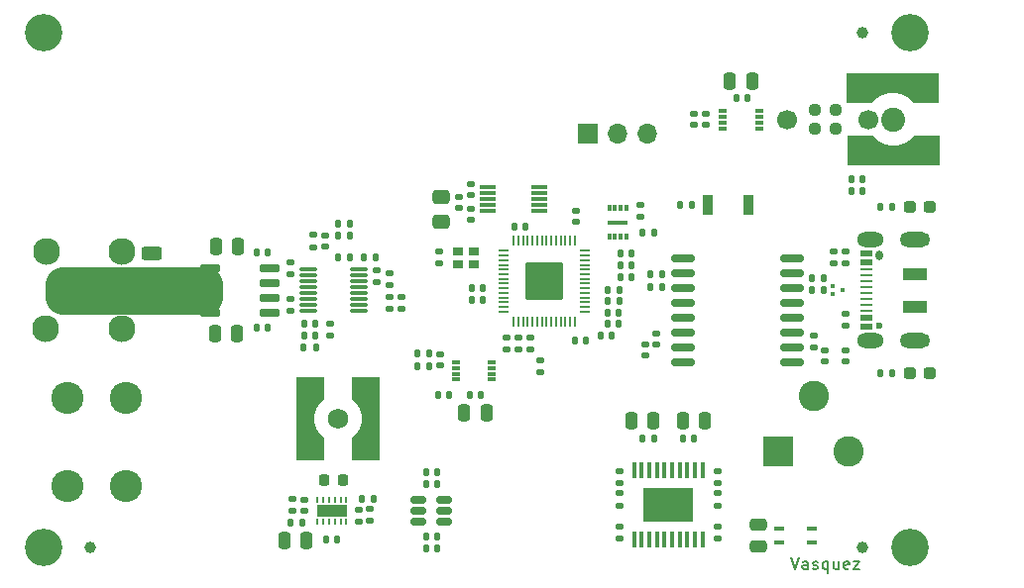
<source format=gts>
%TF.GenerationSoftware,KiCad,Pcbnew,7.0.6-7.0.6~ubuntu20.04.1*%
%TF.CreationDate,2023-09-06T11:46:54-07:00*%
%TF.ProjectId,harp_lick_detector_capactive,68617270-5f6c-4696-936b-5f6465746563,rev?*%
%TF.SameCoordinates,PX640a5a0PY7088980*%
%TF.FileFunction,Soldermask,Top*%
%TF.FilePolarity,Negative*%
%FSLAX46Y46*%
G04 Gerber Fmt 4.6, Leading zero omitted, Abs format (unit mm)*
G04 Created by KiCad (PCBNEW 7.0.6-7.0.6~ubuntu20.04.1) date 2023-09-06 11:46:54*
%MOMM*%
%LPD*%
G01*
G04 APERTURE LIST*
G04 Aperture macros list*
%AMRoundRect*
0 Rectangle with rounded corners*
0 $1 Rounding radius*
0 $2 $3 $4 $5 $6 $7 $8 $9 X,Y pos of 4 corners*
0 Add a 4 corners polygon primitive as box body*
4,1,4,$2,$3,$4,$5,$6,$7,$8,$9,$2,$3,0*
0 Add four circle primitives for the rounded corners*
1,1,$1+$1,$2,$3*
1,1,$1+$1,$4,$5*
1,1,$1+$1,$6,$7*
1,1,$1+$1,$8,$9*
0 Add four rect primitives between the rounded corners*
20,1,$1+$1,$2,$3,$4,$5,0*
20,1,$1+$1,$4,$5,$6,$7,0*
20,1,$1+$1,$6,$7,$8,$9,0*
20,1,$1+$1,$8,$9,$2,$3,0*%
%AMFreePoly0*
4,1,40,6.515355,1.015355,6.530000,0.980000,6.530000,-1.460000,6.515355,-1.495355,6.480000,-1.510000,4.370000,-1.510000,4.367882,-1.509122,4.365698,-1.509814,4.350485,-1.501916,4.334645,-1.495355,4.333768,-1.493237,4.331734,-1.492182,4.233315,-1.375157,4.010127,-1.166713,3.760982,-0.990847,3.490207,-0.850543,3.202844,-0.748414,2.904254,-0.686367,2.599999,-0.665555,2.295745,-0.686367,
1.997154,-0.748415,1.709792,-0.850543,1.439022,-0.990844,1.189872,-1.166713,0.966684,-1.375157,0.868266,-1.492182,0.866231,-1.493237,0.865355,-1.495355,0.849514,-1.501916,0.834302,-1.509814,0.832117,-1.509122,0.830000,-1.510000,-1.280000,-1.510000,-1.315355,-1.495355,-1.330000,-1.460000,-1.330000,0.980000,-1.315355,1.015355,-1.280000,1.030000,6.480000,1.030000,6.515355,1.015355,
6.515355,1.015355,$1*%
%AMFreePoly1*
4,1,25,-1.500000,1.420000,-1.360000,1.280000,-1.205000,1.155000,-1.035000,1.045000,-0.860000,0.950000,-0.675000,0.875000,-0.480000,0.820000,-0.280000,0.780000,-0.085000,0.765000,0.085000,0.765000,0.280000,0.780000,0.480000,0.820000,0.675000,0.875000,0.860000,0.950000,1.035000,1.045000,1.205000,1.155000,1.360000,1.280000,1.500000,1.420000,1.645000,1.595000,3.555000,1.595000,
3.555000,-0.755000,-3.555000,-0.755000,-3.555000,1.595000,-1.645000,1.595000,-1.500000,1.420000,-1.500000,1.420000,$1*%
G04 Aperture macros list end*
%ADD10C,3.000000*%
%ADD11C,0.150000*%
%ADD12RoundRect,0.140000X-0.140000X-0.170000X0.140000X-0.170000X0.140000X0.170000X-0.140000X0.170000X0*%
%ADD13RoundRect,0.135000X0.185000X-0.135000X0.185000X0.135000X-0.185000X0.135000X-0.185000X-0.135000X0*%
%ADD14RoundRect,0.135000X-0.185000X0.135000X-0.185000X-0.135000X0.185000X-0.135000X0.185000X0.135000X0*%
%ADD15RoundRect,0.237500X0.287500X0.237500X-0.287500X0.237500X-0.287500X-0.237500X0.287500X-0.237500X0*%
%ADD16RoundRect,0.140000X0.140000X0.170000X-0.140000X0.170000X-0.140000X-0.170000X0.140000X-0.170000X0*%
%ADD17R,2.600000X2.600000*%
%ADD18C,2.600000*%
%ADD19RoundRect,0.140000X-0.170000X0.140000X-0.170000X-0.140000X0.170000X-0.140000X0.170000X0.140000X0*%
%ADD20RoundRect,0.250000X-0.475000X0.250000X-0.475000X-0.250000X0.475000X-0.250000X0.475000X0.250000X0*%
%ADD21RoundRect,0.135000X-0.135000X-0.185000X0.135000X-0.185000X0.135000X0.185000X-0.135000X0.185000X0*%
%ADD22C,2.300000*%
%ADD23R,0.300000X0.300000*%
%ADD24RoundRect,0.250000X-0.625000X0.312500X-0.625000X-0.312500X0.625000X-0.312500X0.625000X0.312500X0*%
%ADD25RoundRect,0.140000X0.170000X-0.140000X0.170000X0.140000X-0.170000X0.140000X-0.170000X-0.140000X0*%
%ADD26R,0.250000X0.500000*%
%ADD27R,2.650000X1.000000*%
%ADD28RoundRect,0.250000X-0.250000X-0.475000X0.250000X-0.475000X0.250000X0.475000X-0.250000X0.475000X0*%
%ADD29RoundRect,0.250000X0.250000X0.475000X-0.250000X0.475000X-0.250000X-0.475000X0.250000X-0.475000X0*%
%ADD30RoundRect,0.150000X-0.725000X-0.150000X0.725000X-0.150000X0.725000X0.150000X-0.725000X0.150000X0*%
%ADD31R,0.800000X0.300000*%
%ADD32C,3.200000*%
%ADD33RoundRect,0.050000X-0.050000X0.387500X-0.050000X-0.387500X0.050000X-0.387500X0.050000X0.387500X0*%
%ADD34RoundRect,0.050000X-0.387500X0.050000X-0.387500X-0.050000X0.387500X-0.050000X0.387500X0.050000X0*%
%ADD35RoundRect,0.144000X-1.456000X1.456000X-1.456000X-1.456000X1.456000X-1.456000X1.456000X1.456000X0*%
%ADD36RoundRect,0.237500X-0.250000X-0.237500X0.250000X-0.237500X0.250000X0.237500X-0.250000X0.237500X0*%
%ADD37C,0.600000*%
%ADD38R,2.000000X1.000000*%
%ADD39O,0.600000X0.850000*%
%ADD40R,1.000000X0.520000*%
%ADD41R,1.000000X0.270000*%
%ADD42O,2.300000X1.300000*%
%ADD43O,2.600000X1.300000*%
%ADD44RoundRect,0.135000X0.135000X0.185000X-0.135000X0.185000X-0.135000X-0.185000X0.135000X-0.185000X0*%
%ADD45R,0.900000X1.700000*%
%ADD46R,1.400000X0.300000*%
%ADD47RoundRect,0.075000X-0.650000X-0.075000X0.650000X-0.075000X0.650000X0.075000X-0.650000X0.075000X0*%
%ADD48R,0.900000X0.800000*%
%ADD49RoundRect,0.147500X-0.172500X0.147500X-0.172500X-0.147500X0.172500X-0.147500X0.172500X0.147500X0*%
%ADD50RoundRect,0.250000X-0.475000X0.337500X-0.475000X-0.337500X0.475000X-0.337500X0.475000X0.337500X0*%
%ADD51C,1.000000*%
%ADD52RoundRect,0.150000X0.875000X0.150000X-0.875000X0.150000X-0.875000X-0.150000X0.875000X-0.150000X0*%
%ADD53C,2.050000*%
%ADD54FreePoly0,180.000000*%
%ADD55FreePoly0,0.000000*%
%ADD56RoundRect,0.147500X0.147500X0.172500X-0.147500X0.172500X-0.147500X-0.172500X0.147500X-0.172500X0*%
%ADD57RoundRect,0.150000X-0.512500X-0.150000X0.512500X-0.150000X0.512500X0.150000X-0.512500X0.150000X0*%
%ADD58R,0.450000X1.450000*%
%ADD59R,4.200000X3.000000*%
%ADD60RoundRect,0.160000X-0.197500X-0.160000X0.197500X-0.160000X0.197500X0.160000X-0.197500X0.160000X0*%
%ADD61C,1.730000*%
%ADD62FreePoly1,270.000000*%
%ADD63FreePoly1,90.000000*%
%ADD64C,2.750000*%
%ADD65RoundRect,0.225000X-0.225000X-0.250000X0.225000X-0.250000X0.225000X0.250000X-0.225000X0.250000X0*%
%ADD66R,1.700000X1.700000*%
%ADD67O,1.700000X1.700000*%
%ADD68R,0.300000X0.600000*%
%ADD69R,1.700000X0.300000*%
%ADD70RoundRect,0.100000X0.350000X0.100000X-0.350000X0.100000X-0.350000X-0.100000X0.350000X-0.100000X0*%
%ADD71C,1.700000*%
G04 APERTURE END LIST*
D10*
X4650000Y25550000D02*
X16800000Y25550000D01*
X16800000Y24450000D01*
X4650000Y24450000D01*
X4650000Y25550000D01*
G36*
X4650000Y25550000D02*
G01*
X16800000Y25550000D01*
X16800000Y24450000D01*
X4650000Y24450000D01*
X4650000Y25550000D01*
G37*
D11*
X66893922Y2130181D02*
X67227255Y1130181D01*
X67227255Y1130181D02*
X67560588Y2130181D01*
X68322493Y1130181D02*
X68322493Y1653991D01*
X68322493Y1653991D02*
X68274874Y1749229D01*
X68274874Y1749229D02*
X68179636Y1796848D01*
X68179636Y1796848D02*
X67989160Y1796848D01*
X67989160Y1796848D02*
X67893922Y1749229D01*
X68322493Y1177800D02*
X68227255Y1130181D01*
X68227255Y1130181D02*
X67989160Y1130181D01*
X67989160Y1130181D02*
X67893922Y1177800D01*
X67893922Y1177800D02*
X67846303Y1273039D01*
X67846303Y1273039D02*
X67846303Y1368277D01*
X67846303Y1368277D02*
X67893922Y1463515D01*
X67893922Y1463515D02*
X67989160Y1511134D01*
X67989160Y1511134D02*
X68227255Y1511134D01*
X68227255Y1511134D02*
X68322493Y1558753D01*
X68751065Y1177800D02*
X68846303Y1130181D01*
X68846303Y1130181D02*
X69036779Y1130181D01*
X69036779Y1130181D02*
X69132017Y1177800D01*
X69132017Y1177800D02*
X69179636Y1273039D01*
X69179636Y1273039D02*
X69179636Y1320658D01*
X69179636Y1320658D02*
X69132017Y1415896D01*
X69132017Y1415896D02*
X69036779Y1463515D01*
X69036779Y1463515D02*
X68893922Y1463515D01*
X68893922Y1463515D02*
X68798684Y1511134D01*
X68798684Y1511134D02*
X68751065Y1606372D01*
X68751065Y1606372D02*
X68751065Y1653991D01*
X68751065Y1653991D02*
X68798684Y1749229D01*
X68798684Y1749229D02*
X68893922Y1796848D01*
X68893922Y1796848D02*
X69036779Y1796848D01*
X69036779Y1796848D02*
X69132017Y1749229D01*
X70036779Y1796848D02*
X70036779Y796848D01*
X70036779Y1177800D02*
X69941541Y1130181D01*
X69941541Y1130181D02*
X69751065Y1130181D01*
X69751065Y1130181D02*
X69655827Y1177800D01*
X69655827Y1177800D02*
X69608208Y1225420D01*
X69608208Y1225420D02*
X69560589Y1320658D01*
X69560589Y1320658D02*
X69560589Y1606372D01*
X69560589Y1606372D02*
X69608208Y1701610D01*
X69608208Y1701610D02*
X69655827Y1749229D01*
X69655827Y1749229D02*
X69751065Y1796848D01*
X69751065Y1796848D02*
X69941541Y1796848D01*
X69941541Y1796848D02*
X70036779Y1749229D01*
X70941541Y1796848D02*
X70941541Y1130181D01*
X70512970Y1796848D02*
X70512970Y1273039D01*
X70512970Y1273039D02*
X70560589Y1177800D01*
X70560589Y1177800D02*
X70655827Y1130181D01*
X70655827Y1130181D02*
X70798684Y1130181D01*
X70798684Y1130181D02*
X70893922Y1177800D01*
X70893922Y1177800D02*
X70941541Y1225420D01*
X71798684Y1177800D02*
X71703446Y1130181D01*
X71703446Y1130181D02*
X71512970Y1130181D01*
X71512970Y1130181D02*
X71417732Y1177800D01*
X71417732Y1177800D02*
X71370113Y1273039D01*
X71370113Y1273039D02*
X71370113Y1653991D01*
X71370113Y1653991D02*
X71417732Y1749229D01*
X71417732Y1749229D02*
X71512970Y1796848D01*
X71512970Y1796848D02*
X71703446Y1796848D01*
X71703446Y1796848D02*
X71798684Y1749229D01*
X71798684Y1749229D02*
X71846303Y1653991D01*
X71846303Y1653991D02*
X71846303Y1558753D01*
X71846303Y1558753D02*
X71370113Y1463515D01*
X72179637Y1796848D02*
X72703446Y1796848D01*
X72703446Y1796848D02*
X72179637Y1130181D01*
X72179637Y1130181D02*
X72703446Y1130181D01*
D12*
%TO.C,C6*%
X39620000Y24200000D03*
X40580000Y24200000D03*
%TD*%
%TO.C,C30*%
X25295000Y22100000D03*
X26255000Y22100000D03*
%TD*%
D13*
%TO.C,R28*%
X43600000Y19890000D03*
X43600000Y20910000D03*
%TD*%
D14*
%TO.C,R24*%
X32600000Y26410000D03*
X32600000Y25390000D03*
%TD*%
D15*
%TO.C,D1*%
X78775000Y17900000D03*
X77025000Y17900000D03*
%TD*%
D12*
%TO.C,C21*%
X21220000Y21800000D03*
X22180000Y21800000D03*
%TD*%
D16*
%TO.C,C19*%
X49380000Y20700000D03*
X48420000Y20700000D03*
%TD*%
D13*
%TO.C,R40*%
X60600000Y6590000D03*
X60600000Y7610000D03*
%TD*%
%TO.C,R44*%
X42600000Y19890000D03*
X42600000Y20910000D03*
%TD*%
D12*
%TO.C,C9*%
X51220000Y23100000D03*
X52180000Y23100000D03*
%TD*%
D17*
%TO.C,J6*%
X65800000Y11250000D03*
D18*
X71800000Y11250000D03*
X68800000Y15950000D03*
%TD*%
D16*
%TO.C,C27*%
X36680000Y2900000D03*
X35720000Y2900000D03*
%TD*%
D19*
%TO.C,C38*%
X33600000Y24380000D03*
X33600000Y23420000D03*
%TD*%
D20*
%TO.C,C45*%
X64100000Y4950000D03*
X64100000Y3050000D03*
%TD*%
D21*
%TO.C,R26*%
X28190000Y30700000D03*
X29210000Y30700000D03*
%TD*%
D14*
%TO.C,R38*%
X60600000Y9510000D03*
X60600000Y8490000D03*
%TD*%
D22*
%TO.C,J3*%
X7000000Y25000000D03*
X4460000Y25000000D03*
X3190000Y21723400D03*
X9743200Y21723400D03*
X3310000Y28276600D03*
X9743200Y28276600D03*
%TD*%
D21*
%TO.C,R21*%
X28190000Y27800000D03*
X29210000Y27800000D03*
%TD*%
D12*
%TO.C,C13*%
X43220000Y30400000D03*
X44180000Y30400000D03*
%TD*%
D21*
%TO.C,R11*%
X51190000Y24100000D03*
X52210000Y24100000D03*
%TD*%
D12*
%TO.C,C8*%
X72020000Y33500000D03*
X72980000Y33500000D03*
%TD*%
D23*
%TO.C,U2*%
X70475000Y25350000D03*
X70475000Y24650000D03*
X71325000Y25000000D03*
%TD*%
D16*
%TO.C,C41*%
X28130000Y3650000D03*
X27170000Y3650000D03*
%TD*%
D13*
%TO.C,R29*%
X44600000Y19890000D03*
X44600000Y20910000D03*
%TD*%
D14*
%TO.C,R39*%
X52200000Y9510000D03*
X52200000Y8490000D03*
%TD*%
D24*
%TO.C,R14*%
X12300000Y28150000D03*
X12300000Y25225000D03*
%TD*%
D12*
%TO.C,C28*%
X35720000Y8425000D03*
X36680000Y8425000D03*
%TD*%
D25*
%TO.C,C56*%
X71500000Y18920000D03*
X71500000Y19880000D03*
%TD*%
D26*
%TO.C,U11*%
X28900000Y7100000D03*
X28400000Y7100000D03*
X27900000Y7100000D03*
X27400000Y7100000D03*
X26900000Y7100000D03*
X26400000Y7100000D03*
X26400000Y5200000D03*
X26900000Y5200000D03*
X27400000Y5200000D03*
X27900000Y5200000D03*
X28400000Y5200000D03*
X28900000Y5200000D03*
D27*
X27650000Y6150000D03*
%TD*%
D28*
%TO.C,C22*%
X17750000Y28700000D03*
X19650000Y28700000D03*
%TD*%
D29*
%TO.C,C40*%
X25480000Y3550000D03*
X23580000Y3550000D03*
%TD*%
D25*
%TO.C,C54*%
X59600000Y39120000D03*
X59600000Y40080000D03*
%TD*%
D13*
%TO.C,R3*%
X70500000Y27290000D03*
X70500000Y28310000D03*
%TD*%
D19*
%TO.C,C24*%
X24100000Y27355000D03*
X24100000Y26395000D03*
%TD*%
D30*
%TO.C,U7*%
X17225000Y26905000D03*
X17225000Y25635000D03*
X17225000Y24365000D03*
X17225000Y23095000D03*
X22375000Y23095000D03*
X22375000Y24365000D03*
X22375000Y25635000D03*
X22375000Y26905000D03*
%TD*%
D31*
%TO.C,U1*%
X61050000Y40350000D03*
X61050000Y39850000D03*
X61050000Y39350000D03*
X61050000Y38850000D03*
X64150000Y38850000D03*
X64150000Y39350000D03*
X64150000Y39850000D03*
X64150000Y40350000D03*
%TD*%
D32*
%TO.C,REF\u002A\u002A*%
X77000000Y3000000D03*
%TD*%
D33*
%TO.C,U4*%
X48400000Y29200000D03*
X48000000Y29200000D03*
X47600000Y29200000D03*
X47200000Y29200000D03*
X46800000Y29200000D03*
X46400000Y29200000D03*
X46000000Y29200000D03*
X45600000Y29200000D03*
X45200000Y29200000D03*
X44800000Y29200000D03*
X44400000Y29200000D03*
X44000000Y29200000D03*
X43600000Y29200000D03*
X43200000Y29200000D03*
D34*
X42362500Y28362500D03*
X42362500Y27962500D03*
X42362500Y27562500D03*
X42362500Y27162500D03*
X42362500Y26762500D03*
X42362500Y26362500D03*
X42362500Y25962500D03*
X42362500Y25562500D03*
X42362500Y25162500D03*
X42362500Y24762500D03*
X42362500Y24362500D03*
X42362500Y23962500D03*
X42362500Y23562500D03*
X42362500Y23162500D03*
D33*
X43200000Y22325000D03*
X43600000Y22325000D03*
X44000000Y22325000D03*
X44400000Y22325000D03*
X44800000Y22325000D03*
X45200000Y22325000D03*
X45600000Y22325000D03*
X46000000Y22325000D03*
X46400000Y22325000D03*
X46800000Y22325000D03*
X47200000Y22325000D03*
X47600000Y22325000D03*
X48000000Y22325000D03*
X48400000Y22325000D03*
D34*
X49237500Y23162500D03*
X49237500Y23562500D03*
X49237500Y23962500D03*
X49237500Y24362500D03*
X49237500Y24762500D03*
X49237500Y25162500D03*
X49237500Y25562500D03*
X49237500Y25962500D03*
X49237500Y26362500D03*
X49237500Y26762500D03*
X49237500Y27162500D03*
X49237500Y27562500D03*
X49237500Y27962500D03*
X49237500Y28362500D03*
D35*
X45800000Y25762500D03*
%TD*%
D32*
%TO.C,REF\u002A\u002A*%
X77000000Y47000000D03*
%TD*%
D25*
%TO.C,C3*%
X55400000Y20320000D03*
X55400000Y21280000D03*
%TD*%
D36*
%TO.C,R30*%
X68887500Y40400000D03*
X70712500Y40400000D03*
%TD*%
D37*
%TO.C,J5*%
X74400000Y22000000D03*
D38*
X77500000Y23600000D03*
X77500000Y26400000D03*
D39*
X74400000Y28000000D03*
D40*
X73300000Y21900000D03*
X73300000Y22650000D03*
D41*
X73300000Y23250000D03*
X73300000Y24750000D03*
X73300000Y25750000D03*
X73300000Y26750000D03*
D40*
X73300000Y27350000D03*
X73300000Y28100000D03*
X73300000Y28100000D03*
X73300000Y27350000D03*
D41*
X73300000Y26250000D03*
X73300000Y25250000D03*
X73300000Y24250000D03*
X73300000Y23750000D03*
D40*
X73300000Y22650000D03*
X73300000Y21900000D03*
D42*
X73675000Y20680000D03*
D43*
X77500000Y20680000D03*
D42*
X73675000Y29320000D03*
D43*
X77500000Y29320000D03*
%TD*%
D21*
%TO.C,R22*%
X30390000Y27800000D03*
X31410000Y27800000D03*
%TD*%
D29*
%TO.C,C23*%
X19550000Y21300000D03*
X17650000Y21300000D03*
%TD*%
D44*
%TO.C,R7*%
X55910000Y25300000D03*
X54890000Y25300000D03*
%TD*%
D45*
%TO.C,SW1*%
X63200000Y32300000D03*
X59800000Y32300000D03*
%TD*%
D46*
%TO.C,U9*%
X41000000Y33800000D03*
X41000000Y33300000D03*
X41000000Y32800000D03*
X41000000Y32300000D03*
X41000000Y31800000D03*
X45400000Y31800000D03*
X45400000Y32300000D03*
X45400000Y32800000D03*
X45400000Y33300000D03*
X45400000Y33800000D03*
%TD*%
D25*
%TO.C,C2*%
X68800000Y20120000D03*
X68800000Y21080000D03*
%TD*%
D47*
%TO.C,U6*%
X25650000Y26750000D03*
X25650000Y26250000D03*
X25650000Y25750000D03*
X25650000Y25250000D03*
X25650000Y24750000D03*
X25650000Y24250000D03*
X25650000Y23750000D03*
X25650000Y23250000D03*
X29950000Y23250000D03*
X29950000Y23750000D03*
X29950000Y24250000D03*
X29950000Y24750000D03*
X29950000Y25250000D03*
X29950000Y25750000D03*
X29950000Y26250000D03*
X29950000Y26750000D03*
%TD*%
D13*
%TO.C,R32*%
X30900000Y5240000D03*
X30900000Y6260000D03*
%TD*%
D32*
%TO.C,REF\u002A\u002A*%
X3000000Y47000000D03*
%TD*%
D48*
%TO.C,X1*%
X38400000Y27250000D03*
X39800000Y27250000D03*
X39800000Y28350000D03*
X38400000Y28350000D03*
%TD*%
D25*
%TO.C,C52*%
X36950000Y18570000D03*
X36950000Y19530000D03*
%TD*%
D44*
%TO.C,R6*%
X55910000Y26400000D03*
X54890000Y26400000D03*
%TD*%
D21*
%TO.C,R12*%
X74490000Y17900000D03*
X75510000Y17900000D03*
%TD*%
D16*
%TO.C,C50*%
X37680000Y16000000D03*
X36720000Y16000000D03*
%TD*%
D49*
%TO.C,D3*%
X71500000Y28285000D03*
X71500000Y27315000D03*
%TD*%
D16*
%TO.C,C14*%
X53280000Y26100000D03*
X52320000Y26100000D03*
%TD*%
D25*
%TO.C,C44*%
X25350000Y6120000D03*
X25350000Y7080000D03*
%TD*%
D50*
%TO.C,C33*%
X37000000Y32937500D03*
X37000000Y30862500D03*
%TD*%
D32*
%TO.C,REF\u002A\u002A*%
X3000000Y3000000D03*
%TD*%
D44*
%TO.C,R4*%
X69710000Y26000000D03*
X68690000Y26000000D03*
%TD*%
D15*
%TO.C,D2*%
X78775000Y32100000D03*
X77025000Y32100000D03*
%TD*%
D16*
%TO.C,C18*%
X53280000Y27100000D03*
X52320000Y27100000D03*
%TD*%
D12*
%TO.C,C10*%
X51220000Y22100000D03*
X52180000Y22100000D03*
%TD*%
D14*
%TO.C,R27*%
X26100000Y29710000D03*
X26100000Y28690000D03*
%TD*%
%TO.C,R18*%
X24100000Y24212500D03*
X24100000Y23192500D03*
%TD*%
D44*
%TO.C,R5*%
X69710000Y25000000D03*
X68690000Y25000000D03*
%TD*%
D29*
%TO.C,C48*%
X55150000Y13800000D03*
X53250000Y13800000D03*
%TD*%
D14*
%TO.C,R23*%
X32600000Y24410000D03*
X32600000Y23390000D03*
%TD*%
D12*
%TO.C,C51*%
X39420000Y16000000D03*
X40380000Y16000000D03*
%TD*%
D19*
%TO.C,C37*%
X69800000Y19880000D03*
X69800000Y18920000D03*
%TD*%
D14*
%TO.C,R9*%
X54000000Y32310000D03*
X54000000Y31290000D03*
%TD*%
D51*
%TO.C,FID2*%
X73000000Y3000000D03*
%TD*%
D16*
%TO.C,C1*%
X55180000Y29900000D03*
X54220000Y29900000D03*
%TD*%
D12*
%TO.C,C31*%
X25295000Y21125000D03*
X26255000Y21125000D03*
%TD*%
D25*
%TO.C,C35*%
X39500000Y31020000D03*
X39500000Y31980000D03*
%TD*%
D29*
%TO.C,C11*%
X40850000Y14500000D03*
X38950000Y14500000D03*
%TD*%
%TO.C,C39*%
X63550000Y42900000D03*
X61650000Y42900000D03*
%TD*%
D13*
%TO.C,R41*%
X52200000Y6590000D03*
X52200000Y7610000D03*
%TD*%
D19*
%TO.C,C12*%
X48500000Y31780000D03*
X48500000Y30820000D03*
%TD*%
D12*
%TO.C,C15*%
X39620000Y25200000D03*
X40580000Y25200000D03*
%TD*%
D52*
%TO.C,U3*%
X66950000Y18855000D03*
X66950000Y20125000D03*
X66950000Y21395000D03*
X66950000Y22665000D03*
X66950000Y23935000D03*
X66950000Y25205000D03*
X66950000Y26475000D03*
X66950000Y27745000D03*
X57650000Y27745000D03*
X57650000Y26475000D03*
X57650000Y25205000D03*
X57650000Y23935000D03*
X57650000Y22665000D03*
X57650000Y21395000D03*
X57650000Y20125000D03*
X57650000Y18855000D03*
%TD*%
D12*
%TO.C,C46*%
X57620000Y12300000D03*
X58580000Y12300000D03*
%TD*%
%TO.C,C55*%
X62220000Y41400000D03*
X63180000Y41400000D03*
%TD*%
%TO.C,C26*%
X35720000Y3900000D03*
X36680000Y3900000D03*
%TD*%
D16*
%TO.C,C47*%
X55180000Y12300000D03*
X54220000Y12300000D03*
%TD*%
D31*
%TO.C,U13*%
X41350000Y17350000D03*
X41350000Y17850000D03*
X41350000Y18350000D03*
X41350000Y18850000D03*
X38250000Y18850000D03*
X38250000Y18350000D03*
X38250000Y17850000D03*
X38250000Y17350000D03*
%TD*%
D53*
%TO.C,J7*%
X75600000Y39600000D03*
D54*
X78200000Y36700000D03*
D55*
X73000000Y42500000D03*
%TD*%
D25*
%TO.C,C16*%
X45500000Y18020000D03*
X45500000Y18980000D03*
%TD*%
D13*
%TO.C,R37*%
X52200000Y3790000D03*
X52200000Y4810000D03*
%TD*%
D21*
%TO.C,R10*%
X51190000Y25050000D03*
X52210000Y25050000D03*
%TD*%
D25*
%TO.C,C34*%
X38500000Y32020000D03*
X38500000Y32980000D03*
%TD*%
D16*
%TO.C,C17*%
X51580000Y21100000D03*
X50620000Y21100000D03*
%TD*%
D21*
%TO.C,R13*%
X74490000Y32100000D03*
X75510000Y32100000D03*
%TD*%
D56*
%TO.C,D4*%
X72985000Y34500000D03*
X72015000Y34500000D03*
%TD*%
D14*
%TO.C,R2*%
X71500000Y23010000D03*
X71500000Y21990000D03*
%TD*%
D57*
%TO.C,U8*%
X35012500Y7100000D03*
X35012500Y6150000D03*
X35012500Y5200000D03*
X37287500Y5200000D03*
X37287500Y6150000D03*
X37287500Y7100000D03*
%TD*%
D16*
%TO.C,C20*%
X22180000Y28225000D03*
X21220000Y28225000D03*
%TD*%
D58*
%TO.C,U12*%
X59325000Y9612500D03*
X58675000Y9612500D03*
X58025000Y9612500D03*
X57375000Y9612500D03*
X56725000Y9612500D03*
X56075000Y9612500D03*
X55425000Y9612500D03*
X54775000Y9612500D03*
X54125000Y9612500D03*
X53475000Y9612500D03*
X53475000Y3712500D03*
X54125000Y3712500D03*
X54775000Y3712500D03*
X55425000Y3712500D03*
X56075000Y3712500D03*
X56725000Y3712500D03*
X57375000Y3712500D03*
X58025000Y3712500D03*
X58675000Y3712500D03*
X59325000Y3712500D03*
D59*
X56400000Y6662500D03*
%TD*%
D60*
%TO.C,R15*%
X14200000Y25700000D03*
X15395000Y25700000D03*
%TD*%
D44*
%TO.C,R34*%
X31210000Y7150000D03*
X30190000Y7150000D03*
%TD*%
D61*
%TO.C,J1*%
X28200000Y14000000D03*
D62*
X25400000Y14000000D03*
D63*
X31000000Y14000000D03*
%TD*%
D19*
%TO.C,C53*%
X58600000Y40080000D03*
X58600000Y39120000D03*
%TD*%
D64*
%TO.C,H1*%
X10100000Y15750000D03*
X5100000Y15750000D03*
X10100000Y8250000D03*
X5100000Y8250000D03*
%TD*%
D65*
%TO.C,C42*%
X27025000Y8750000D03*
X28575000Y8750000D03*
%TD*%
D21*
%TO.C,R35*%
X24090000Y5150000D03*
X25110000Y5150000D03*
%TD*%
D44*
%TO.C,R19*%
X26285000Y20125000D03*
X25265000Y20125000D03*
%TD*%
D19*
%TO.C,C5*%
X54400000Y20380000D03*
X54400000Y19420000D03*
%TD*%
D13*
%TO.C,R20*%
X27500000Y21090000D03*
X27500000Y22110000D03*
%TD*%
D36*
%TO.C,R31*%
X68887500Y38800000D03*
X70712500Y38800000D03*
%TD*%
D13*
%TO.C,R36*%
X60600000Y3790000D03*
X60600000Y4810000D03*
%TD*%
D19*
%TO.C,C43*%
X29950000Y6180000D03*
X29950000Y5220000D03*
%TD*%
D25*
%TO.C,C25*%
X31500000Y25720000D03*
X31500000Y26680000D03*
%TD*%
D28*
%TO.C,C49*%
X57650000Y13800000D03*
X59550000Y13800000D03*
%TD*%
D21*
%TO.C,R43*%
X34930000Y18450000D03*
X35950000Y18450000D03*
%TD*%
D66*
%TO.C,J2*%
X49500000Y38400000D03*
D67*
X52040000Y38400000D03*
X54580000Y38400000D03*
%TD*%
D21*
%TO.C,R25*%
X28190000Y29700000D03*
X29210000Y29700000D03*
%TD*%
D51*
%TO.C,FID1*%
X7000000Y3000000D03*
%TD*%
D68*
%TO.C,U5*%
X52850000Y32050000D03*
X52350000Y32050000D03*
X51850000Y32050000D03*
X51350000Y32050000D03*
X51350000Y29550000D03*
X51850000Y29550000D03*
X52350000Y29550000D03*
X52850000Y29550000D03*
D69*
X52100000Y30800000D03*
%TD*%
D70*
%TO.C,L1*%
X68700000Y3425000D03*
X68700000Y4575000D03*
X65900000Y4575000D03*
X65900000Y3425000D03*
%TD*%
D14*
%TO.C,R33*%
X24300000Y7160000D03*
X24300000Y6140000D03*
%TD*%
D19*
%TO.C,C36*%
X39500000Y34080000D03*
X39500000Y33120000D03*
%TD*%
%TO.C,C32*%
X27100000Y29680000D03*
X27100000Y28720000D03*
%TD*%
D51*
%TO.C,FID3*%
X73000000Y47000000D03*
%TD*%
D16*
%TO.C,C29*%
X36680000Y9400000D03*
X35720000Y9400000D03*
%TD*%
%TO.C,C7*%
X53280000Y28100000D03*
X52320000Y28100000D03*
%TD*%
D25*
%TO.C,C4*%
X36800000Y27320000D03*
X36800000Y28280000D03*
%TD*%
D44*
%TO.C,R42*%
X35950000Y19550000D03*
X34930000Y19550000D03*
%TD*%
%TO.C,R1*%
X58410000Y32300000D03*
X57390000Y32300000D03*
%TD*%
D71*
%TO.C,J4*%
X66500000Y39600000D03*
X73500000Y39600000D03*
%TD*%
M02*

</source>
